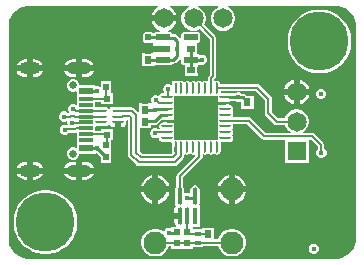
<source format=gbl>
G04*
G04 #@! TF.GenerationSoftware,Altium Limited,DefaultClient, ()*
G04*
G04 Layer_Physical_Order=4*
G04 Layer_Color=16711680*
%FSLAX44Y44*%
%MOMM*%
G71*
G04*
G04 #@! TF.SameCoordinates,17B1D168-C64C-4368-B74A-C04FDEF24575*
G04*
G04*
G04 #@! TF.FilePolarity,Positive*
G04*
G01*
G75*
%ADD17R,0.5500X0.5500*%
G04:AMPARAMS|DCode=21|XSize=1mm|YSize=2.1mm|CornerRadius=0.5mm|HoleSize=0mm|Usage=FLASHONLY|Rotation=90.000|XOffset=0mm|YOffset=0mm|HoleType=Round|Shape=RoundedRectangle|*
%AMROUNDEDRECTD21*
21,1,1.0000,1.1000,0,0,90.0*
21,1,0.0000,2.1000,0,0,90.0*
1,1,1.0000,0.5500,0.0000*
1,1,1.0000,0.5500,0.0000*
1,1,1.0000,-0.5500,0.0000*
1,1,1.0000,-0.5500,0.0000*
%
%ADD21ROUNDEDRECTD21*%
%ADD23C,0.6500*%
G04:AMPARAMS|DCode=24|XSize=1mm|YSize=1.8mm|CornerRadius=0.5mm|HoleSize=0mm|Usage=FLASHONLY|Rotation=90.000|XOffset=0mm|YOffset=0mm|HoleType=Round|Shape=RoundedRectangle|*
%AMROUNDEDRECTD24*
21,1,1.0000,0.8000,0,0,90.0*
21,1,0.0000,1.8000,0,0,90.0*
1,1,1.0000,0.4000,0.0000*
1,1,1.0000,0.4000,0.0000*
1,1,1.0000,-0.4000,0.0000*
1,1,1.0000,-0.4000,0.0000*
%
%ADD24ROUNDEDRECTD24*%
%ADD29C,0.2540*%
%ADD30C,0.1520*%
%ADD31C,5.0000*%
%ADD32C,1.9500*%
%ADD33C,2.4000*%
%ADD34C,1.6500*%
%ADD35R,1.6500X1.6500*%
%ADD36C,0.4500*%
%ADD52R,0.5000X0.6000*%
%ADD53R,0.9654X0.2393*%
G04:AMPARAMS|DCode=54|XSize=0.9654mm|YSize=0.2393mm|CornerRadius=0.1196mm|HoleSize=0mm|Usage=FLASHONLY|Rotation=180.000|XOffset=0mm|YOffset=0mm|HoleType=Round|Shape=RoundedRectangle|*
%AMROUNDEDRECTD54*
21,1,0.9654,0.0000,0,0,180.0*
21,1,0.7261,0.2393,0,0,180.0*
1,1,0.2393,-0.3630,0.0000*
1,1,0.2393,0.3630,0.0000*
1,1,0.2393,0.3630,0.0000*
1,1,0.2393,-0.3630,0.0000*
%
%ADD54ROUNDEDRECTD54*%
%ADD55R,0.3758X1.4640*%
G04:AMPARAMS|DCode=56|XSize=1.464mm|YSize=0.3758mm|CornerRadius=0.1879mm|HoleSize=0mm|Usage=FLASHONLY|Rotation=90.000|XOffset=0mm|YOffset=0mm|HoleType=Round|Shape=RoundedRectangle|*
%AMROUNDEDRECTD56*
21,1,1.4640,0.0000,0,0,90.0*
21,1,1.0881,0.3758,0,0,90.0*
1,1,0.3758,0.0000,0.5441*
1,1,0.3758,0.0000,-0.5441*
1,1,0.3758,0.0000,-0.5441*
1,1,0.3758,0.0000,0.5441*
%
%ADD56ROUNDEDRECTD56*%
%ADD57R,0.5000X0.3000*%
G04:AMPARAMS|DCode=58|XSize=0.55mm|YSize=0.5mm|CornerRadius=0.0625mm|HoleSize=0mm|Usage=FLASHONLY|Rotation=90.000|XOffset=0mm|YOffset=0mm|HoleType=Round|Shape=RoundedRectangle|*
%AMROUNDEDRECTD58*
21,1,0.5500,0.3750,0,0,90.0*
21,1,0.4250,0.5000,0,0,90.0*
1,1,0.1250,0.1875,0.2125*
1,1,0.1250,0.1875,-0.2125*
1,1,0.1250,-0.1875,-0.2125*
1,1,0.1250,-0.1875,0.2125*
%
%ADD58ROUNDEDRECTD58*%
G04:AMPARAMS|DCode=59|XSize=1.24mm|YSize=0.55mm|CornerRadius=0.0688mm|HoleSize=0mm|Usage=FLASHONLY|Rotation=0.000|XOffset=0mm|YOffset=0mm|HoleType=Round|Shape=RoundedRectangle|*
%AMROUNDEDRECTD59*
21,1,1.2400,0.4125,0,0,0.0*
21,1,1.1025,0.5500,0,0,0.0*
1,1,0.1375,0.5513,-0.2063*
1,1,0.1375,-0.5513,-0.2063*
1,1,0.1375,-0.5513,0.2063*
1,1,0.1375,0.5513,0.2063*
%
%ADD59ROUNDEDRECTD59*%
%ADD60R,0.6600X0.6200*%
%ADD61R,0.6200X0.6600*%
G04:AMPARAMS|DCode=62|XSize=0.2393mm|YSize=0.9354mm|CornerRadius=0.1196mm|HoleSize=0mm|Usage=FLASHONLY|Rotation=270.000|XOffset=0mm|YOffset=0mm|HoleType=Round|Shape=RoundedRectangle|*
%AMROUNDEDRECTD62*
21,1,0.2393,0.6961,0,0,270.0*
21,1,0.0000,0.9354,0,0,270.0*
1,1,0.2393,-0.3480,0.0000*
1,1,0.2393,-0.3480,0.0000*
1,1,0.2393,0.3480,0.0000*
1,1,0.2393,0.3480,0.0000*
%
%ADD62ROUNDEDRECTD62*%
G04:AMPARAMS|DCode=63|XSize=0.9354mm|YSize=0.2393mm|CornerRadius=0.1196mm|HoleSize=0mm|Usage=FLASHONLY|Rotation=270.000|XOffset=0mm|YOffset=0mm|HoleType=Round|Shape=RoundedRectangle|*
%AMROUNDEDRECTD63*
21,1,0.9354,0.0000,0,0,270.0*
21,1,0.6961,0.2393,0,0,270.0*
1,1,0.2393,0.0000,-0.3480*
1,1,0.2393,0.0000,0.3480*
1,1,0.2393,0.0000,0.3480*
1,1,0.2393,0.0000,-0.3480*
%
%ADD63ROUNDEDRECTD63*%
%ADD64R,0.2393X0.9354*%
%ADD65R,3.7000X3.7000*%
%ADD66R,1.1500X0.6000*%
%ADD67R,1.1500X0.3000*%
%ADD68R,0.5500X0.5500*%
%ADD69C,0.1900*%
G36*
X13745Y24354D02*
X16828Y23077D01*
X19603Y21223D01*
X21963Y18863D01*
X23817Y16088D01*
X25094Y13005D01*
X25745Y9732D01*
Y8063D01*
X25745Y-171936D01*
Y-173605D01*
X25094Y-176878D01*
X23817Y-179961D01*
X21963Y-182736D01*
X19603Y-185096D01*
X16828Y-186950D01*
X13745Y-188227D01*
X10472Y-188878D01*
X-252865D01*
X-256138Y-188227D01*
X-259221Y-186950D01*
X-261996Y-185096D01*
X-264356Y-182736D01*
X-266210Y-179961D01*
X-267487Y-176878D01*
X-268138Y-173605D01*
Y-171936D01*
Y8063D01*
Y9732D01*
X-267487Y13005D01*
X-266210Y16088D01*
X-264356Y18863D01*
X-261996Y21223D01*
X-259221Y23077D01*
X-256138Y24354D01*
X-252865Y25005D01*
X-251196Y25005D01*
X-141858D01*
X-141619Y24116D01*
X-143251Y23174D01*
X-145260Y21165D01*
X-146680Y18705D01*
X-147116Y17080D01*
X-126136D01*
X-126571Y18705D01*
X-127992Y21165D01*
X-130000Y23174D01*
X-131632Y24116D01*
X-131394Y25005D01*
X-115607Y25005D01*
X-115490Y24116D01*
X-115582Y24091D01*
X-117919Y22742D01*
X-119828Y20833D01*
X-121177Y18496D01*
X-121876Y15889D01*
Y13190D01*
X-121177Y10583D01*
X-119828Y8246D01*
X-117919Y6338D01*
X-115582Y4988D01*
X-112975Y4290D01*
X-110276D01*
X-107669Y4988D01*
X-106645Y5580D01*
X-97984Y-3082D01*
Y-33044D01*
X-98826Y-33886D01*
X-99436Y-34799D01*
X-99650Y-35876D01*
Y-37937D01*
X-100434Y-38356D01*
X-100588Y-38252D01*
X-101836Y-38004D01*
X-103083Y-38252D01*
X-104140Y-38959D01*
X-104531D01*
X-105589Y-38252D01*
X-106836Y-38004D01*
X-108083Y-38252D01*
X-109140Y-38959D01*
X-109531D01*
X-110589Y-38252D01*
X-111836Y-38004D01*
X-113083Y-38252D01*
X-114140Y-38959D01*
X-114531D01*
X-115588Y-38252D01*
X-116836Y-38004D01*
X-118083Y-38252D01*
X-119140Y-38959D01*
X-119531D01*
X-120589Y-38252D01*
X-121836Y-38004D01*
X-122750Y-38186D01*
X-123639Y-38067D01*
Y-38067D01*
X-123639Y-38067D01*
X-130032D01*
Y-41706D01*
X-130853Y-42046D01*
X-130863Y-42037D01*
X-132425Y-41390D01*
X-134115D01*
X-135677Y-42037D01*
X-136873Y-43233D01*
X-137520Y-44795D01*
Y-46485D01*
X-136987Y-47772D01*
X-137421Y-48661D01*
X-137493D01*
X-138740Y-48909D01*
X-139797Y-49616D01*
X-140310Y-50383D01*
X-140716Y-50693D01*
X-141427Y-50759D01*
X-142585Y-50280D01*
X-144275D01*
X-145837Y-50927D01*
X-147033Y-52123D01*
X-147680Y-53685D01*
Y-55375D01*
X-147181Y-56580D01*
X-147704Y-57407D01*
X-147722Y-57420D01*
X-157500D01*
Y-64583D01*
X-158389Y-64951D01*
X-161607Y-61733D01*
X-162583Y-61081D01*
X-163734Y-60852D01*
X-169018D01*
Y-60384D01*
X-182671D01*
Y-61635D01*
X-183560Y-61905D01*
X-183981Y-61276D01*
X-185038Y-60569D01*
X-186285Y-60321D01*
X-193546D01*
X-194141Y-60439D01*
X-195030Y-59739D01*
Y-56354D01*
X-189590D01*
Y-58090D01*
X-180090D01*
Y-48590D01*
X-180371D01*
X-181090Y-48180D01*
Y-38180D01*
X-190090D01*
Y-42768D01*
X-190979Y-43244D01*
X-192195Y-42740D01*
X-193885D01*
X-194291Y-42908D01*
X-195030Y-42414D01*
Y-42040D01*
X-208280D01*
Y-41096D01*
X-209079Y-39166D01*
X-210556Y-37689D01*
X-212486Y-36890D01*
X-214574D01*
X-216504Y-37689D01*
X-217981Y-39166D01*
X-218780Y-41096D01*
Y-43184D01*
X-217981Y-45114D01*
X-216504Y-46591D01*
X-214574Y-47390D01*
X-212486D01*
X-211419Y-46948D01*
X-210530Y-47542D01*
Y-58200D01*
X-211351Y-58540D01*
X-211360Y-58531D01*
X-212922Y-57884D01*
X-214613D01*
X-216175Y-58531D01*
X-217370Y-59727D01*
X-218017Y-61289D01*
Y-62979D01*
X-217474Y-64291D01*
X-217701Y-65132D01*
X-217821Y-65348D01*
X-217895Y-65375D01*
X-218226Y-65342D01*
X-218655Y-64913D01*
X-220217Y-64266D01*
X-221908D01*
X-223470Y-64913D01*
X-224665Y-66108D01*
X-225312Y-67671D01*
Y-69361D01*
X-224665Y-70923D01*
X-223470Y-72119D01*
X-221908Y-72766D01*
X-220217D01*
X-219056Y-72285D01*
X-218376Y-72965D01*
X-218410Y-73048D01*
Y-74739D01*
X-218251Y-75122D01*
X-218932Y-75802D01*
X-219906Y-75399D01*
X-221596D01*
X-223158Y-76046D01*
X-224354Y-77242D01*
X-225001Y-78804D01*
Y-80494D01*
X-224354Y-82056D01*
X-223158Y-83252D01*
X-221596Y-83899D01*
X-219906D01*
X-218344Y-83252D01*
X-217349Y-82258D01*
X-211689D01*
X-211419Y-82204D01*
X-210546Y-82880D01*
X-210530Y-82934D01*
Y-94538D01*
X-211419Y-95132D01*
X-212486Y-94690D01*
X-214574D01*
X-216504Y-95489D01*
X-217981Y-96966D01*
X-218780Y-98896D01*
Y-100984D01*
X-217981Y-102914D01*
X-216504Y-104391D01*
X-214574Y-105190D01*
X-212486D01*
X-210556Y-104391D01*
X-209079Y-102914D01*
X-208280Y-100984D01*
Y-100040D01*
X-195030D01*
Y-99951D01*
X-194355Y-99500D01*
X-193175D01*
X-190090Y-102585D01*
Y-107870D01*
X-181090D01*
Y-98599D01*
X-181090Y-97870D01*
X-181090D01*
Y-97710D01*
X-181090D01*
Y-88570D01*
X-180090D01*
Y-79070D01*
X-189590D01*
Y-80672D01*
X-195030D01*
Y-77421D01*
X-194415Y-76819D01*
X-194141Y-76721D01*
X-193546Y-76839D01*
X-186285D01*
X-185038Y-76591D01*
X-183981Y-75884D01*
X-183736Y-75518D01*
X-182670Y-75523D01*
X-182169Y-76274D01*
X-180933Y-77100D01*
X-179475Y-77390D01*
X-178384D01*
Y-73580D01*
X-173304D01*
Y-77390D01*
X-172214D01*
X-170756Y-77100D01*
X-169520Y-76274D01*
X-168694Y-75038D01*
X-168404Y-73580D01*
X-168680Y-72197D01*
X-168655Y-71980D01*
X-168296Y-71308D01*
X-167468D01*
Y-100899D01*
X-167239Y-102050D01*
X-166587Y-103026D01*
X-160176Y-109437D01*
X-160176Y-109437D01*
X-159200Y-110089D01*
X-158049Y-110318D01*
X-158049Y-110318D01*
X-127637D01*
X-126486Y-110089D01*
X-125510Y-109437D01*
X-120179Y-104106D01*
X-120179Y-104106D01*
X-119527Y-103130D01*
X-119298Y-101979D01*
X-119298Y-101979D01*
Y-100846D01*
X-118409Y-100371D01*
X-118083Y-100588D01*
X-116836Y-100836D01*
X-115588Y-100588D01*
X-114531Y-99882D01*
X-114140D01*
X-113083Y-100588D01*
X-111836Y-100836D01*
X-111018Y-100674D01*
X-110160Y-101191D01*
X-110073Y-101313D01*
X-110027Y-101692D01*
X-125295Y-116960D01*
X-125906Y-117873D01*
X-126120Y-118950D01*
Y-127823D01*
X-126252Y-127912D01*
X-127110Y-129195D01*
X-127411Y-130709D01*
Y-141590D01*
X-127110Y-143104D01*
X-126586Y-143887D01*
X-126642Y-143925D01*
X-127618Y-145386D01*
X-127961Y-147111D01*
Y-150011D01*
X-123456D01*
Y-155091D01*
X-127961D01*
Y-157992D01*
X-127618Y-159716D01*
X-126840Y-160881D01*
X-127233Y-161770D01*
X-130596D01*
Y-162213D01*
X-131270Y-162663D01*
X-132961D01*
X-134523Y-163311D01*
X-135719Y-164506D01*
X-136096Y-165416D01*
X-136354Y-165556D01*
X-137177Y-165704D01*
X-139590Y-164311D01*
X-142579Y-163510D01*
X-145673D01*
X-148661Y-164311D01*
X-151340Y-165858D01*
X-153528Y-168046D01*
X-155075Y-170725D01*
X-155876Y-173713D01*
Y-176807D01*
X-155075Y-179796D01*
X-153528Y-182475D01*
X-151340Y-184663D01*
X-148661Y-186210D01*
X-145673Y-187010D01*
X-142579D01*
X-139590Y-186210D01*
X-136911Y-184663D01*
X-134723Y-182475D01*
X-133176Y-179796D01*
X-132715Y-178074D01*
X-130596D01*
Y-180270D01*
X-112206D01*
Y-178760D01*
X-103450D01*
Y-178074D01*
X-90536D01*
X-90075Y-179796D01*
X-88528Y-182475D01*
X-86340Y-184663D01*
X-83661Y-186210D01*
X-80673Y-187010D01*
X-77579D01*
X-74590Y-186210D01*
X-71911Y-184663D01*
X-69723Y-182475D01*
X-68176Y-179796D01*
X-67376Y-176807D01*
Y-173713D01*
X-68176Y-170725D01*
X-69723Y-168046D01*
X-71911Y-165858D01*
X-74590Y-164311D01*
X-77579Y-163510D01*
X-80673D01*
X-83661Y-164311D01*
X-86340Y-165858D01*
X-88528Y-168046D01*
X-90075Y-170725D01*
X-90536Y-172446D01*
X-93960D01*
Y-162830D01*
X-104160D01*
Y-164140D01*
X-112206D01*
Y-161871D01*
X-106576D01*
Y-143232D01*
X-106576Y-143231D01*
X-106576D01*
X-106650Y-142343D01*
X-106501Y-141590D01*
Y-130709D01*
X-106802Y-129195D01*
X-107659Y-127912D01*
X-108942Y-127055D01*
X-110456Y-126754D01*
X-111969Y-127055D01*
X-113252Y-127912D01*
X-114110Y-129195D01*
X-114411Y-130709D01*
Y-132866D01*
X-115150Y-133360D01*
X-115941Y-133032D01*
X-117632D01*
X-118611Y-133438D01*
X-119501Y-132844D01*
Y-130709D01*
X-119802Y-129195D01*
X-120492Y-128162D01*
Y-120116D01*
X-104846Y-104470D01*
X-104236Y-103557D01*
X-104022Y-102480D01*
Y-100904D01*
X-103237Y-100485D01*
X-103083Y-100588D01*
X-101836Y-100836D01*
X-100588Y-100588D01*
X-99531Y-99882D01*
X-99140D01*
X-98083Y-100588D01*
X-96836Y-100836D01*
X-95589Y-100588D01*
X-94531Y-99882D01*
X-94140D01*
X-93083Y-100588D01*
X-91836Y-100836D01*
X-90588Y-100588D01*
X-89531Y-99882D01*
X-88825Y-98825D01*
X-88577Y-97577D01*
Y-90948D01*
X-88299Y-90460D01*
X-88296D01*
Y-90457D01*
X-87808Y-90179D01*
X-81179D01*
X-79931Y-89931D01*
X-78874Y-89225D01*
X-78168Y-88167D01*
X-77920Y-86920D01*
X-78168Y-85673D01*
X-78561Y-85085D01*
X-78803Y-84420D01*
X-78561Y-83756D01*
X-78168Y-83167D01*
X-77920Y-81920D01*
X-78168Y-80673D01*
X-78561Y-80085D01*
X-78803Y-79420D01*
X-78561Y-78756D01*
X-78168Y-78168D01*
X-77920Y-76920D01*
X-78168Y-75673D01*
X-78271Y-75518D01*
X-77852Y-74734D01*
X-66115D01*
X-53540Y-87310D01*
X-52627Y-87920D01*
X-51550Y-88134D01*
X-34576D01*
Y-108010D01*
X-14076D01*
Y-88134D01*
X-12076D01*
X-6419Y-93790D01*
Y-96409D01*
X-6893Y-96883D01*
X-7540Y-98445D01*
Y-100135D01*
X-6893Y-101697D01*
X-5697Y-102893D01*
X-4135Y-103540D01*
X-2445D01*
X-883Y-102893D01*
X313Y-101697D01*
X960Y-100135D01*
Y-98445D01*
X313Y-96883D01*
X-791Y-95778D01*
Y-92625D01*
X-1005Y-91548D01*
X-1615Y-90635D01*
X-8920Y-83330D01*
X-9833Y-82720D01*
X-10910Y-82506D01*
X-18928D01*
X-19166Y-81617D01*
X-18032Y-80962D01*
X-16124Y-79054D01*
X-14774Y-76717D01*
X-14076Y-74110D01*
Y-71411D01*
X-14774Y-68804D01*
X-16124Y-66467D01*
X-18032Y-64558D01*
X-20369Y-63209D01*
X-22976Y-62510D01*
X-25675D01*
X-28282Y-63209D01*
X-30619Y-64558D01*
X-32528Y-66467D01*
X-33877Y-68804D01*
X-34183Y-69946D01*
X-40214D01*
X-45366Y-64794D01*
Y-53430D01*
X-45580Y-52353D01*
X-46190Y-51440D01*
X-55620Y-42010D01*
X-56533Y-41400D01*
X-57610Y-41186D01*
X-88592D01*
X-88825Y-40016D01*
X-89531Y-38959D01*
X-90588Y-38252D01*
X-91836Y-38004D01*
X-93083Y-38252D01*
X-93237Y-38356D01*
X-94022Y-37937D01*
Y-37041D01*
X-93180Y-36200D01*
X-92570Y-35287D01*
X-92356Y-34210D01*
Y-1916D01*
X-92570Y-839D01*
X-93180Y74D01*
X-102666Y9559D01*
X-102074Y10583D01*
X-101376Y13190D01*
Y15889D01*
X-102074Y18496D01*
X-103424Y20833D01*
X-105332Y22742D01*
X-107669Y24091D01*
X-107761Y24116D01*
X-107644Y25005D01*
X-90607D01*
X-90490Y24116D01*
X-90582Y24091D01*
X-92919Y22742D01*
X-94828Y20833D01*
X-96177Y18496D01*
X-96876Y15889D01*
Y13190D01*
X-96177Y10583D01*
X-94828Y8246D01*
X-92919Y6338D01*
X-90582Y4988D01*
X-87975Y4290D01*
X-85276D01*
X-82669Y4988D01*
X-80332Y6338D01*
X-78424Y8246D01*
X-77074Y10583D01*
X-76376Y13190D01*
Y15889D01*
X-77074Y18496D01*
X-78424Y20833D01*
X-80332Y22742D01*
X-82669Y24091D01*
X-82761Y24116D01*
X-82644Y25005D01*
X8803D01*
X10472D01*
X13745Y24354D01*
D02*
G37*
G36*
X-50994Y-54595D02*
Y-65960D01*
X-50780Y-67037D01*
X-50170Y-67950D01*
X-43369Y-74750D01*
X-42456Y-75360D01*
X-41380Y-75574D01*
X-34183D01*
X-33877Y-76717D01*
X-32528Y-79054D01*
X-30619Y-80962D01*
X-29485Y-81617D01*
X-29724Y-82506D01*
X-50384D01*
X-62960Y-69931D01*
X-63873Y-69321D01*
X-64950Y-69106D01*
X-77852D01*
X-78271Y-68322D01*
X-78168Y-68168D01*
X-77920Y-66920D01*
X-78168Y-65673D01*
X-78561Y-65085D01*
X-78803Y-64420D01*
X-78561Y-63756D01*
X-78168Y-63168D01*
X-77920Y-61920D01*
X-78168Y-60673D01*
X-78874Y-59616D01*
X-79931Y-58909D01*
X-80862Y-58724D01*
X-80992Y-58628D01*
X-81386Y-58076D01*
X-81494Y-57772D01*
X-81325Y-56920D01*
X-81478Y-56151D01*
X-81444Y-56021D01*
X-80838Y-55302D01*
X-80812Y-55289D01*
X-76291D01*
X-75987Y-55593D01*
X-74425Y-56240D01*
X-72735D01*
X-71909Y-55898D01*
X-71060Y-56492D01*
Y-61880D01*
X-60860D01*
Y-51280D01*
X-66345D01*
X-67617Y-50008D01*
X-68699Y-49285D01*
X-69975Y-49031D01*
X-70529D01*
X-71173Y-48387D01*
X-72735Y-47740D01*
X-74425D01*
X-75987Y-48387D01*
X-76221Y-48621D01*
X-81252D01*
X-81454Y-48661D01*
X-87808D01*
X-88296Y-48384D01*
Y-48380D01*
X-88299D01*
X-88577Y-47892D01*
Y-46814D01*
X-58775D01*
X-50994Y-54595D01*
D02*
G37*
G36*
X-137225Y-71308D02*
X-137346Y-71920D01*
X-137177Y-72772D01*
X-137285Y-73076D01*
X-137679Y-73628D01*
X-137809Y-73724D01*
X-138740Y-73909D01*
X-139797Y-74616D01*
X-140504Y-75673D01*
X-140752Y-76920D01*
X-140504Y-78168D01*
X-140400Y-78322D01*
X-140819Y-79106D01*
X-142023D01*
X-143415Y-78530D01*
X-145105D01*
X-146667Y-79177D01*
X-147863Y-80373D01*
X-148510Y-81935D01*
Y-83625D01*
X-147863Y-85187D01*
X-146667Y-86383D01*
X-145105Y-87030D01*
X-143415D01*
X-141853Y-86383D01*
X-141476Y-86007D01*
X-140657Y-86445D01*
X-140752Y-86920D01*
X-140504Y-88167D01*
X-139797Y-89225D01*
X-138740Y-89931D01*
X-137493Y-90179D01*
X-130864D01*
X-130376Y-90457D01*
Y-90460D01*
X-130372D01*
X-130095Y-90948D01*
Y-97577D01*
X-129847Y-98825D01*
X-129566Y-99244D01*
X-130184Y-99862D01*
X-154964D01*
X-157012Y-97814D01*
Y-78470D01*
X-147300D01*
Y-75954D01*
X-144509D01*
X-143233Y-75700D01*
X-142151Y-74977D01*
X-138044Y-70870D01*
X-137225Y-71308D01*
D02*
G37*
%LPC*%
G36*
X-126136Y12000D02*
X-147116D01*
X-146680Y10375D01*
X-145260Y7915D01*
X-143251Y5906D01*
X-140790Y4485D01*
X-139694Y4191D01*
X-139811Y3302D01*
X-143208D01*
X-144257Y3094D01*
X-145094Y2534D01*
X-145170Y2500D01*
X-146152Y2517D01*
X-147021Y3098D01*
X-148045Y3301D01*
X-151795D01*
X-152819Y3098D01*
X-153687Y2517D01*
X-154268Y1649D01*
X-154471Y625D01*
Y-3625D01*
X-154268Y-4649D01*
X-153687Y-5518D01*
X-152819Y-6098D01*
X-151795Y-6301D01*
X-148045D01*
X-147021Y-6098D01*
X-146152Y-5518D01*
X-146035Y-5515D01*
X-145487Y-6030D01*
X-145535Y-6611D01*
X-146248Y-7678D01*
X-146404Y-8460D01*
X-137696D01*
Y-13540D01*
X-146404D01*
X-146274Y-14191D01*
X-146621Y-15019D01*
X-146654Y-15080D01*
X-155076D01*
Y-25680D01*
X-144876D01*
Y-25669D01*
X-143987Y-25148D01*
X-143208Y-25303D01*
X-132183D01*
X-131135Y-25094D01*
X-130246Y-24500D01*
X-129801Y-23834D01*
X-128996D01*
X-127720Y-23581D01*
X-126638Y-22858D01*
X-123488Y-19708D01*
X-123137Y-19183D01*
X-122248Y-19453D01*
Y-22563D01*
X-122040Y-23611D01*
X-121446Y-24500D01*
X-120557Y-25094D01*
X-119508Y-25303D01*
X-118819D01*
Y-34459D01*
X-108219D01*
Y-25250D01*
X-107435Y-25094D01*
X-106546Y-24500D01*
X-106273Y-24093D01*
X-105121Y-24570D01*
X-103430D01*
X-101868Y-23923D01*
X-100673Y-22727D01*
X-100026Y-21165D01*
Y-19475D01*
X-100673Y-17913D01*
X-101868Y-16717D01*
X-103430Y-16070D01*
X-105121D01*
X-106462Y-16625D01*
X-106546Y-16500D01*
X-107435Y-15906D01*
X-108336Y-15727D01*
Y-6274D01*
X-107435Y-6094D01*
X-106546Y-5500D01*
X-105952Y-4611D01*
X-105743Y-3563D01*
Y562D01*
X-105952Y1611D01*
X-106546Y2500D01*
X-107435Y3094D01*
X-108483Y3302D01*
X-119508D01*
X-120557Y3094D01*
X-121446Y2500D01*
X-122040Y1611D01*
X-122248Y562D01*
Y-2489D01*
X-123137Y-2758D01*
X-123368Y-2413D01*
X-126028Y247D01*
X-127110Y970D01*
X-128386Y1224D01*
X-129575D01*
X-129652Y1611D01*
X-130246Y2500D01*
X-131135Y3094D01*
X-132183Y3302D01*
X-133440D01*
X-133557Y4191D01*
X-132461Y4485D01*
X-130000Y5906D01*
X-127992Y7915D01*
X-126571Y10375D01*
X-126136Y12000D01*
D02*
G37*
G36*
X-203030Y-20235D02*
X-205990D01*
Y-25300D01*
X-195921D01*
X-196444Y-24037D01*
X-197652Y-22462D01*
X-199228Y-21254D01*
X-201062Y-20494D01*
X-203030Y-20235D01*
D02*
G37*
G36*
X-246330D02*
X-247790D01*
Y-25300D01*
X-239221D01*
X-239744Y-24037D01*
X-240952Y-22462D01*
X-242528Y-21254D01*
X-244362Y-20494D01*
X-246330Y-20235D01*
D02*
G37*
G36*
X-252870D02*
X-254330D01*
X-256298Y-20494D01*
X-258132Y-21254D01*
X-259708Y-22462D01*
X-260916Y-24037D01*
X-261439Y-25300D01*
X-252870D01*
Y-20235D01*
D02*
G37*
G36*
X-211070D02*
X-214030D01*
X-215998Y-20494D01*
X-217833Y-21254D01*
X-219408Y-22462D01*
X-220616Y-24037D01*
X-221139Y-25300D01*
X-211070D01*
Y-20235D01*
D02*
G37*
G36*
X-2875Y22000D02*
X-7125D01*
X-11322Y21335D01*
X-15364Y20022D01*
X-19151Y18092D01*
X-22589Y15595D01*
X-25594Y12589D01*
X-28093Y9151D01*
X-30022Y5364D01*
X-31335Y1322D01*
X-32000Y-2875D01*
Y-7125D01*
X-31335Y-11322D01*
X-30022Y-15364D01*
X-28093Y-19151D01*
X-25594Y-22589D01*
X-22589Y-25594D01*
X-19151Y-28093D01*
X-15364Y-30022D01*
X-11322Y-31335D01*
X-7125Y-32000D01*
X-2875D01*
X1322Y-31335D01*
X5364Y-30022D01*
X9151Y-28093D01*
X12589Y-25594D01*
X15595Y-22589D01*
X18092Y-19151D01*
X20022Y-15364D01*
X21335Y-11322D01*
X22000Y-7125D01*
Y-2875D01*
X21335Y1322D01*
X20022Y5364D01*
X18092Y9151D01*
X15595Y12589D01*
X12589Y15595D01*
X9151Y18092D01*
X5364Y20022D01*
X1322Y21335D01*
X-2875Y22000D01*
D02*
G37*
G36*
X-195921Y-30380D02*
X-205990D01*
Y-35445D01*
X-203030D01*
X-201062Y-35186D01*
X-199228Y-34426D01*
X-197652Y-33218D01*
X-196444Y-31642D01*
X-195921Y-30380D01*
D02*
G37*
G36*
X-211070D02*
X-221139D01*
X-220616Y-31642D01*
X-219408Y-33218D01*
X-217833Y-34426D01*
X-215998Y-35186D01*
X-214030Y-35445D01*
X-211070D01*
Y-30380D01*
D02*
G37*
G36*
X-239221D02*
X-247790D01*
Y-35445D01*
X-246330D01*
X-244362Y-35186D01*
X-242528Y-34426D01*
X-240952Y-33218D01*
X-239744Y-31642D01*
X-239221Y-30380D01*
D02*
G37*
G36*
X-252870D02*
X-261439D01*
X-260916Y-31642D01*
X-259708Y-33218D01*
X-258132Y-34426D01*
X-256298Y-35186D01*
X-254330Y-35445D01*
X-252870D01*
Y-30380D01*
D02*
G37*
G36*
X-21786Y-37270D02*
Y-45220D01*
X-13836D01*
X-14271Y-43595D01*
X-15691Y-41135D01*
X-17700Y-39126D01*
X-20161Y-37706D01*
X-21786Y-37270D01*
D02*
G37*
G36*
X-26866D02*
X-28490Y-37706D01*
X-30951Y-39126D01*
X-32960Y-41135D01*
X-34380Y-43595D01*
X-34816Y-45220D01*
X-26866D01*
Y-37270D01*
D02*
G37*
G36*
X-2885Y-45200D02*
X-4575D01*
X-6137Y-45847D01*
X-7333Y-47043D01*
X-7980Y-48605D01*
Y-50295D01*
X-7333Y-51857D01*
X-6137Y-53053D01*
X-4575Y-53700D01*
X-2885D01*
X-1323Y-53053D01*
X-127Y-51857D01*
X520Y-50295D01*
Y-48605D01*
X-127Y-47043D01*
X-1323Y-45847D01*
X-2885Y-45200D01*
D02*
G37*
G36*
X-13836Y-50300D02*
X-21786D01*
Y-58250D01*
X-20161Y-57815D01*
X-17700Y-56395D01*
X-15691Y-54385D01*
X-14271Y-51925D01*
X-13836Y-50300D01*
D02*
G37*
G36*
X-26866D02*
X-34816D01*
X-34380Y-51925D01*
X-32960Y-54385D01*
X-30951Y-56395D01*
X-28490Y-57815D01*
X-26866Y-58250D01*
Y-50300D01*
D02*
G37*
G36*
X-203030Y-106635D02*
X-205990D01*
Y-111700D01*
X-195921D01*
X-196444Y-110437D01*
X-197652Y-108862D01*
X-199228Y-107654D01*
X-201062Y-106894D01*
X-203030Y-106635D01*
D02*
G37*
G36*
X-246330D02*
X-247790D01*
Y-111700D01*
X-239221D01*
X-239744Y-110437D01*
X-240952Y-108862D01*
X-242528Y-107654D01*
X-244362Y-106894D01*
X-246330Y-106635D01*
D02*
G37*
G36*
X-252870D02*
X-254330D01*
X-256298Y-106894D01*
X-258132Y-107654D01*
X-259708Y-108862D01*
X-260916Y-110437D01*
X-261439Y-111700D01*
X-252870D01*
Y-106635D01*
D02*
G37*
G36*
X-211070D02*
X-214030D01*
X-215998Y-106894D01*
X-217833Y-107654D01*
X-219408Y-108862D01*
X-220616Y-110437D01*
X-221139Y-111700D01*
X-211070D01*
Y-106635D01*
D02*
G37*
G36*
X-195921Y-116780D02*
X-205990D01*
Y-121845D01*
X-203030D01*
X-201062Y-121586D01*
X-199228Y-120826D01*
X-197652Y-119618D01*
X-196444Y-118042D01*
X-195921Y-116780D01*
D02*
G37*
G36*
X-211070D02*
X-221139D01*
X-220616Y-118042D01*
X-219408Y-119618D01*
X-217833Y-120826D01*
X-215998Y-121586D01*
X-214030Y-121845D01*
X-211070D01*
Y-116780D01*
D02*
G37*
G36*
X-239221D02*
X-247790D01*
Y-121845D01*
X-246330D01*
X-244362Y-121586D01*
X-242528Y-120826D01*
X-240952Y-119618D01*
X-239744Y-118042D01*
X-239221Y-116780D01*
D02*
G37*
G36*
X-252870D02*
X-261439D01*
X-260916Y-118042D01*
X-259708Y-119618D01*
X-258132Y-120826D01*
X-256298Y-121586D01*
X-254330Y-121845D01*
X-252870D01*
Y-116780D01*
D02*
G37*
G36*
X-76586Y-118217D02*
Y-127720D01*
X-67083D01*
X-67673Y-125517D01*
X-69291Y-122714D01*
X-71579Y-120426D01*
X-74382Y-118808D01*
X-76586Y-118217D01*
D02*
G37*
G36*
X-81666D02*
X-83869Y-118808D01*
X-86672Y-120426D01*
X-88960Y-122714D01*
X-90578Y-125517D01*
X-91169Y-127720D01*
X-81666D01*
Y-118217D01*
D02*
G37*
G36*
X-141586D02*
Y-127720D01*
X-132083D01*
X-132673Y-125517D01*
X-134291Y-122714D01*
X-136579Y-120426D01*
X-139382Y-118808D01*
X-141586Y-118217D01*
D02*
G37*
G36*
X-146666D02*
X-148869Y-118808D01*
X-151672Y-120426D01*
X-153960Y-122714D01*
X-155578Y-125517D01*
X-156169Y-127720D01*
X-146666D01*
Y-118217D01*
D02*
G37*
G36*
X-67083Y-132800D02*
X-76586D01*
Y-142303D01*
X-74382Y-141713D01*
X-71579Y-140095D01*
X-69291Y-137807D01*
X-67673Y-135004D01*
X-67083Y-132800D01*
D02*
G37*
G36*
X-81666D02*
X-91169D01*
X-90578Y-135004D01*
X-88960Y-137807D01*
X-86672Y-140095D01*
X-83869Y-141713D01*
X-81666Y-142303D01*
Y-132800D01*
D02*
G37*
G36*
X-132083D02*
X-141586D01*
Y-142303D01*
X-139382Y-141713D01*
X-136579Y-140095D01*
X-134291Y-137807D01*
X-132673Y-135004D01*
X-132083Y-132800D01*
D02*
G37*
G36*
X-146666D02*
X-156169D01*
X-155578Y-135004D01*
X-153960Y-137807D01*
X-151672Y-140095D01*
X-148869Y-141713D01*
X-146666Y-142303D01*
Y-132800D01*
D02*
G37*
G36*
X-9135Y-176090D02*
X-10825D01*
X-12387Y-176737D01*
X-13583Y-177933D01*
X-14230Y-179495D01*
Y-181185D01*
X-13583Y-182747D01*
X-12387Y-183943D01*
X-10825Y-184590D01*
X-9135D01*
X-7573Y-183943D01*
X-6377Y-182747D01*
X-5730Y-181185D01*
Y-179495D01*
X-6377Y-177933D01*
X-7573Y-176737D01*
X-9135Y-176090D01*
D02*
G37*
G36*
X-234875Y-131000D02*
X-239125D01*
X-243323Y-131665D01*
X-247364Y-132978D01*
X-251151Y-134908D01*
X-254589Y-137406D01*
X-257595Y-140411D01*
X-260093Y-143849D01*
X-262022Y-147636D01*
X-263335Y-151678D01*
X-264000Y-155875D01*
Y-160125D01*
X-263335Y-164322D01*
X-262022Y-168364D01*
X-260093Y-172151D01*
X-257595Y-175589D01*
X-254589Y-178594D01*
X-251151Y-181092D01*
X-247364Y-183022D01*
X-243323Y-184335D01*
X-239125Y-185000D01*
X-234875D01*
X-230678Y-184335D01*
X-226636Y-183022D01*
X-222849Y-181092D01*
X-219411Y-178594D01*
X-216406Y-175589D01*
X-213908Y-172151D01*
X-211978Y-168364D01*
X-210665Y-164322D01*
X-210000Y-160125D01*
Y-155875D01*
X-210665Y-151678D01*
X-211978Y-147636D01*
X-213908Y-143849D01*
X-216406Y-140411D01*
X-219411Y-137406D01*
X-222849Y-134908D01*
X-226636Y-132978D01*
X-230678Y-131665D01*
X-234875Y-131000D01*
D02*
G37*
%LPD*%
D17*
X-175840Y-83820D02*
D03*
X-184840D02*
D03*
X-175840Y-53340D02*
D03*
X-184840D02*
D03*
D21*
X-208530Y-27840D02*
D03*
Y-114240D02*
D03*
D23*
X-213530Y-42140D02*
D03*
Y-99940D02*
D03*
D24*
X-250330Y-27840D02*
D03*
Y-114240D02*
D03*
D29*
X-193935Y-95625D02*
X-192335D01*
X-185420Y-102870D02*
Y-102540D01*
X-131919Y-166717D02*
X-126042D01*
X-132116Y-166914D02*
X-131919Y-166717D01*
X-113971Y-20525D02*
X-104481D01*
X-104276Y-20320D01*
X-202755Y-47015D02*
X-193065D01*
X-202780Y-47040D02*
X-202755Y-47015D01*
X-193065D02*
X-193040Y-46990D01*
X-193615Y-95145D02*
X-193510Y-95250D01*
X-202675Y-95145D02*
X-193615D01*
X-202780Y-95040D02*
X-202675Y-95145D01*
X-194310Y-95250D02*
X-193935Y-95625D01*
X-192335D02*
X-185420Y-102540D01*
X-150505Y-62845D02*
X-150118Y-63233D01*
X-144340D01*
X-113971Y-28907D02*
Y-20525D01*
Y-28907D02*
X-113519Y-29359D01*
X-113996Y-20500D02*
Y-11360D01*
X-111018Y-137282D02*
X-110456Y-136720D01*
X-116786Y-137282D02*
X-111018D01*
X-110456Y-136720D02*
Y-136149D01*
X-144635Y-62845D02*
X-144260Y-62470D01*
X-143730D01*
X-143180Y-61920D02*
X-134012D01*
X-143730Y-62470D02*
X-143180Y-61920D01*
X-134012Y-71920D02*
X-112101D01*
X-97101Y-56920D01*
X-84659D01*
X-69975Y-52365D02*
X-65960Y-56380D01*
X-73580Y-51990D02*
X-73205Y-52365D01*
X-65960Y-56580D02*
Y-56380D01*
X-73205Y-52365D02*
X-69975D01*
X-73615Y-51955D02*
X-73580Y-51990D01*
X-81252Y-51955D02*
X-73615D01*
X-149920Y-1500D02*
X-137696D01*
X-149976Y-20380D02*
X-149916Y-20440D01*
X-137756D01*
X-137696Y-20500D01*
X-128996D01*
X-137696Y-1500D02*
X-137086Y-2110D01*
X-128386D02*
X-125726Y-4770D01*
Y-11120D02*
Y-4770D01*
X-137086Y-2110D02*
X-128386D01*
X-125846Y-11240D02*
X-125726Y-11120D01*
X-125846Y-17350D02*
Y-11240D01*
X-128996Y-20500D02*
X-125846Y-17350D01*
X-151390Y-72620D02*
X-144509D01*
X-138809Y-66920D02*
X-134012D01*
X-144509Y-72620D02*
X-138809Y-66920D01*
X-126042Y-166717D02*
X-125846Y-166520D01*
X-123456Y-136149D02*
X-123306Y-135999D01*
D30*
X-211861Y-68344D02*
X-211665Y-68540D01*
X-216459Y-68344D02*
X-211861D01*
X-213983Y-73717D02*
X-202957D01*
X-220546Y-79444D02*
X-211689D01*
X-216631Y-68516D02*
X-216459Y-68344D01*
X-202957Y-73717D02*
X-202780Y-73540D01*
X-221062Y-68516D02*
X-216631D01*
X-220751Y-79649D02*
X-220546Y-79444D01*
X-214160Y-73894D02*
X-213983Y-73717D01*
X-211689Y-79444D02*
X-210785Y-78540D01*
X-211665Y-68540D02*
X-202780D01*
X-213767Y-62134D02*
X-212961D01*
X-211555Y-63540D01*
X-210785Y-78540D02*
X-202780D01*
X-126911Y-97738D02*
X-126366Y-98284D01*
X-122306Y-98284D02*
X-121836Y-97814D01*
X-126911Y-97738D02*
Y-94173D01*
X-185590Y-53860D02*
X-184840Y-54610D01*
X-185910Y-53540D02*
X-185590Y-53860D01*
X-202780Y-53540D02*
X-185910D01*
X-185590Y-53860D02*
Y-44450D01*
X-211555Y-63540D02*
X-202780D01*
X-202760Y-63560D02*
X-189936D01*
X-189916Y-63580D01*
X-202780Y-63540D02*
X-202760Y-63560D01*
Y-68560D02*
X-189936D01*
X-202780Y-68540D02*
X-202760Y-68560D01*
X-189936D02*
X-189916Y-68580D01*
X-107950Y-167640D02*
X-99060D01*
X-115836D02*
X-107950D01*
X-116956Y-166520D02*
X-115836Y-167640D01*
X-133673Y-51920D02*
X-133270Y-51517D01*
X-134012Y-51920D02*
X-133673D01*
X-133270Y-51517D02*
Y-45640D01*
X-143359Y-54530D02*
X-140969Y-56920D01*
X-143430Y-54530D02*
X-143359D01*
X-140969Y-56920D02*
X-134012D01*
X-91432Y-44000D02*
X-57610D01*
X-48180Y-65960D02*
Y-53430D01*
X-57610Y-44000D02*
X-48180Y-53430D01*
X-95170Y-34210D02*
Y-1916D01*
X-96836Y-44744D02*
Y-35876D01*
X-95170Y-34210D01*
X-111626Y14540D02*
X-95170Y-1916D01*
X-91836Y-44403D02*
X-91432Y-44000D01*
X-91836Y-44744D02*
Y-44403D01*
X-41380Y-72760D02*
X-24326D01*
X-48180Y-65960D02*
X-41380Y-72760D01*
X-142594Y-81920D02*
X-134012D01*
X-113996Y-20500D02*
X-113971Y-20525D01*
X-113996Y-11360D02*
X-113636Y-11000D01*
X-3605Y-98975D02*
Y-92625D01*
X-51550Y-85320D02*
X-10910D01*
X-3605Y-92625D01*
Y-98975D02*
X-3290Y-99290D01*
X-64950Y-71920D02*
X-51550Y-85320D01*
X-84659Y-71920D02*
X-64950D01*
X-121836Y-97814D02*
Y-94097D01*
X-115686Y-175260D02*
X-109336D01*
X-102986D02*
X-99176D01*
X-144126D02*
X-115686D01*
X-109336D02*
X-102986D01*
X-123306Y-135999D02*
Y-118950D01*
X-106836Y-102480D02*
Y-94097D01*
X-123306Y-118950D02*
X-106836Y-102480D01*
X-99176Y-175260D02*
X-79126D01*
X-116956Y-166520D02*
Y-152551D01*
D31*
X-5000Y-5000D02*
D03*
X-237000Y-158000D02*
D03*
D32*
X-79126Y-175260D02*
D03*
Y-130260D02*
D03*
X-144126Y-175260D02*
D03*
Y-130260D02*
D03*
D33*
X-48376Y-122760D02*
D03*
X-174876D02*
D03*
Y-22760D02*
D03*
X-48376D02*
D03*
D34*
X-24326Y-47760D02*
D03*
Y-72760D02*
D03*
X-136626Y14540D02*
D03*
X-111626D02*
D03*
X-86626D02*
D03*
D35*
X-24326Y-97760D02*
D03*
D36*
X-170200Y-79061D02*
D03*
X-220751Y-79649D02*
D03*
X-214160Y-73894D02*
D03*
X-221062Y-68516D02*
D03*
X-213767Y-62134D02*
D03*
X-132116Y-166914D02*
D03*
X-9980Y-180340D02*
D03*
X-104276Y-20320D02*
D03*
X-193040Y-46990D02*
D03*
X-193510Y-95250D02*
D03*
X-143430Y-54530D02*
D03*
X-144340Y-63233D02*
D03*
X-152400Y-90170D02*
D03*
X-3730Y-49450D02*
D03*
X-133270Y-45640D02*
D03*
X-116786Y-137282D02*
D03*
X-144260Y-82780D02*
D03*
X-109405Y-82470D02*
D03*
X-122105D02*
D03*
X-96705D02*
D03*
Y-69770D02*
D03*
X-122105D02*
D03*
X-109601Y-69420D02*
D03*
X-97101Y-56920D02*
D03*
X-109405Y-57070D02*
D03*
X-122105D02*
D03*
X-55988Y-68313D02*
D03*
X-73580Y-51990D02*
D03*
X-125726Y-11120D02*
D03*
X-3290Y-99290D02*
D03*
D52*
X-175090Y-92710D02*
D03*
X-185590D02*
D03*
X-175090Y-43180D02*
D03*
X-185590D02*
D03*
X-175090Y-102870D02*
D03*
X-185590D02*
D03*
D53*
X-175844Y-63580D02*
D03*
D54*
Y-68580D02*
D03*
Y-73580D02*
D03*
X-189916D02*
D03*
Y-68580D02*
D03*
Y-63580D02*
D03*
D55*
X-110456Y-152551D02*
D03*
D56*
X-116956D02*
D03*
X-123456D02*
D03*
Y-136149D02*
D03*
X-110456D02*
D03*
D57*
X-107950Y-167640D02*
D03*
Y-175260D02*
D03*
D58*
X-149920Y-1500D02*
D03*
X-158920D02*
D03*
D59*
X-137696Y-20500D02*
D03*
Y-11000D02*
D03*
Y-1500D02*
D03*
X-113996D02*
D03*
Y-20500D02*
D03*
D60*
X-105036Y-11000D02*
D03*
X-113636D02*
D03*
X-113519Y-29359D02*
D03*
X-104919D02*
D03*
D61*
X-149976Y-11780D02*
D03*
Y-20380D02*
D03*
X-152400Y-62720D02*
D03*
Y-54120D02*
D03*
X-65960Y-56580D02*
D03*
Y-65180D02*
D03*
X-99060Y-168130D02*
D03*
Y-159530D02*
D03*
X-152400Y-73170D02*
D03*
Y-81770D02*
D03*
D62*
X-134012Y-51920D02*
D03*
Y-56920D02*
D03*
Y-61920D02*
D03*
Y-66920D02*
D03*
Y-71920D02*
D03*
Y-76920D02*
D03*
Y-81920D02*
D03*
Y-86920D02*
D03*
X-84659D02*
D03*
Y-81920D02*
D03*
Y-76920D02*
D03*
Y-71920D02*
D03*
Y-66920D02*
D03*
Y-61920D02*
D03*
Y-56920D02*
D03*
Y-51920D02*
D03*
D63*
X-126836Y-94097D02*
D03*
X-121836D02*
D03*
X-116836D02*
D03*
X-111836D02*
D03*
X-106836D02*
D03*
X-101836D02*
D03*
X-96836D02*
D03*
X-91836D02*
D03*
Y-44744D02*
D03*
X-96836D02*
D03*
X-101836D02*
D03*
X-106836D02*
D03*
X-111836D02*
D03*
X-116836D02*
D03*
X-121836D02*
D03*
D64*
X-126836D02*
D03*
D65*
X-109336Y-69420D02*
D03*
D66*
X-202780Y-39040D02*
D03*
Y-103040D02*
D03*
Y-47040D02*
D03*
Y-95040D02*
D03*
D67*
Y-53540D02*
D03*
Y-58540D02*
D03*
Y-63540D02*
D03*
Y-68540D02*
D03*
Y-73540D02*
D03*
Y-78540D02*
D03*
Y-83540D02*
D03*
Y-88540D02*
D03*
D68*
X-116956Y-175520D02*
D03*
Y-166520D02*
D03*
X-125846Y-175520D02*
D03*
Y-166520D02*
D03*
D69*
X-164460Y-100899D02*
Y-69413D01*
X-160020Y-99060D02*
Y-67574D01*
X-165573Y-68300D02*
X-164460Y-69413D01*
X-160020Y-99060D02*
X-156210Y-102870D01*
X-164460Y-100899D02*
X-158049Y-107310D01*
X-163734Y-63860D02*
X-160020Y-67574D01*
X-126366Y-100297D02*
Y-98284D01*
X-156210Y-102870D02*
X-128938D01*
X-122306Y-101979D02*
Y-98284D01*
X-127637Y-107310D02*
X-122306Y-101979D01*
X-128938Y-102870D02*
X-126366Y-100297D01*
X-158049Y-107310D02*
X-127637D01*
X-202780Y-83540D02*
X-202640Y-83680D01*
X-184980D02*
X-184840Y-83820D01*
X-202640Y-83680D02*
X-184980D01*
X-185590Y-92710D02*
X-185215Y-92335D01*
Y-84195D01*
X-184840Y-83820D01*
X-171801Y-68300D02*
X-165573D01*
X-171441Y-63860D02*
X-163734D01*
X-175844Y-68580D02*
X-172081D01*
X-171801Y-68300D01*
X-175598Y-63826D02*
X-171475D01*
X-171441Y-63860D01*
X-175844Y-63580D02*
X-175598Y-63826D01*
M02*

</source>
